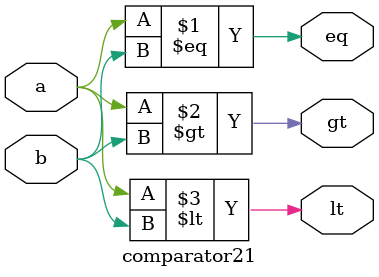
<source format=v>
module comparator21 (input a, input b, output eq, output gt, output lt);

    assign eq = (a == b);
    assign gt = (a > b);
    assign lt = (a < b);

endmodule

</source>
